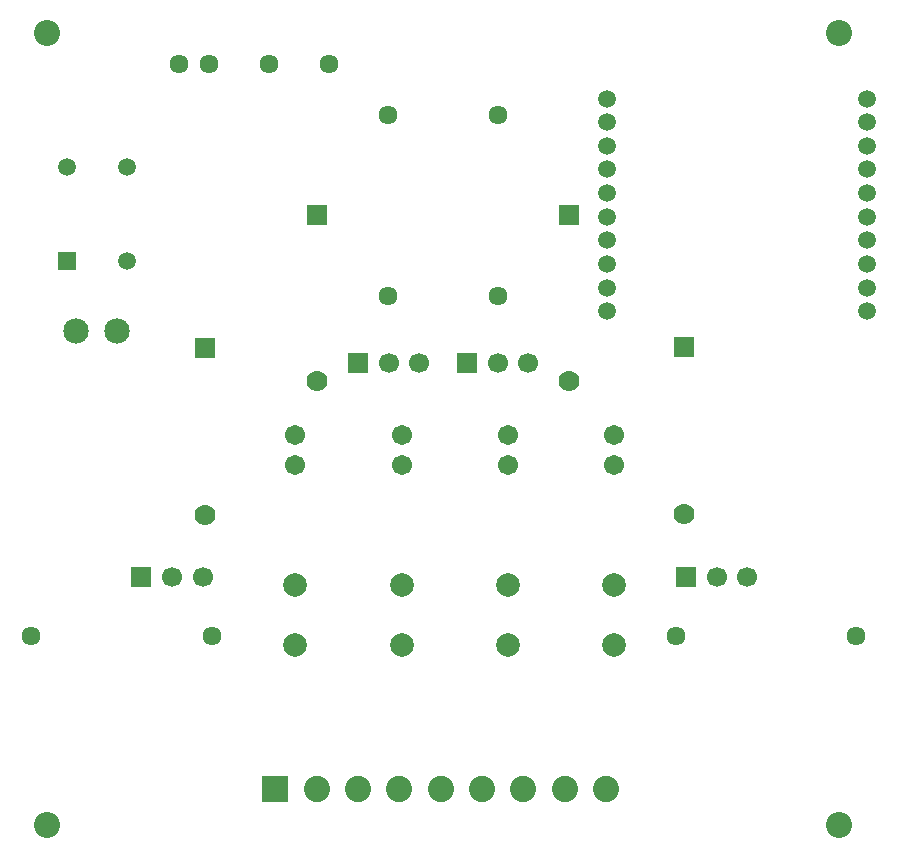
<source format=gbr>
G04 EAGLE Gerber RS-274X export*
G75*
%MOMM*%
%FSLAX34Y34*%
%LPD*%
%INSoldermask Bottom*%
%IPPOS*%
%AMOC8*
5,1,8,0,0,1.08239X$1,22.5*%
G01*
%ADD10C,2.203200*%
%ADD11R,1.491200X1.491200*%
%ADD12C,1.491200*%
%ADD13R,1.778200X1.778200*%
%ADD14C,1.778200*%
%ADD15C,2.153200*%
%ADD16C,1.711200*%
%ADD17C,2.003200*%
%ADD18C,1.611200*%
%ADD19R,1.696200X1.696200*%
%ADD20C,1.696200*%
%ADD21C,1.511200*%
%ADD22R,2.228200X2.228200*%
%ADD23C,2.228200*%


D10*
X710000Y710000D03*
X40000Y710000D03*
X40000Y40000D03*
X710000Y40000D03*
D11*
X56240Y517250D03*
D12*
X107240Y517250D03*
X107240Y597010D03*
X56240Y597010D03*
D13*
X173250Y443260D03*
D14*
X173250Y302260D03*
D13*
X268200Y556400D03*
D14*
X268200Y415400D03*
D13*
X481200Y556300D03*
D14*
X481200Y415300D03*
D13*
X579000Y444160D03*
D14*
X579000Y303160D03*
D15*
X99140Y458130D03*
X64140Y458130D03*
D16*
X250000Y370000D03*
X250000Y344600D03*
D17*
X250000Y243000D03*
X250000Y192200D03*
D16*
X340000Y370000D03*
X340000Y344600D03*
D17*
X340000Y243000D03*
X340000Y192200D03*
D16*
X430000Y370000D03*
X430000Y344600D03*
D17*
X430000Y243000D03*
X430000Y192200D03*
D16*
X520000Y370000D03*
X520000Y344600D03*
D17*
X520000Y243000D03*
X520000Y192200D03*
D18*
X151500Y684200D03*
X176900Y684200D03*
X227700Y684200D03*
X278500Y684200D03*
D19*
X119600Y250000D03*
D20*
X145600Y250000D03*
X171600Y250000D03*
D19*
X303000Y430400D03*
D20*
X329000Y430400D03*
X355000Y430400D03*
D19*
X395200Y430400D03*
D20*
X421200Y430400D03*
X447200Y430400D03*
D19*
X580600Y250000D03*
D20*
X606600Y250000D03*
X632600Y250000D03*
D18*
X26000Y199300D03*
X179000Y199300D03*
X328600Y487600D03*
X328600Y640600D03*
X421600Y487600D03*
X421600Y640600D03*
X571900Y199300D03*
X724900Y199300D03*
D21*
X514000Y654660D03*
X514000Y634660D03*
X514000Y614660D03*
X514000Y594660D03*
X514000Y574660D03*
X514000Y554660D03*
X514000Y534660D03*
X514000Y514660D03*
X514000Y494660D03*
X514000Y474660D03*
X734000Y474660D03*
X734000Y494660D03*
X734000Y514660D03*
X734000Y534660D03*
X734000Y554660D03*
X734000Y574660D03*
X734000Y594660D03*
X734000Y614660D03*
X734000Y634660D03*
X734000Y654660D03*
D22*
X233000Y70000D03*
D23*
X268000Y70000D03*
X303000Y70000D03*
X338000Y70000D03*
X373000Y70000D03*
X408000Y70000D03*
X443000Y70000D03*
X478000Y70000D03*
X513000Y70000D03*
M02*

</source>
